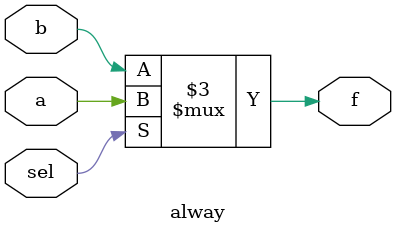
<source format=v>
module alway(f,a,b,sel);
    output f;
    input a,b,sel;
    reg f;
    always @(a or b or sel) begin
        if(sel) f=a;
        else f=b;
    end

endmodule //always
</source>
